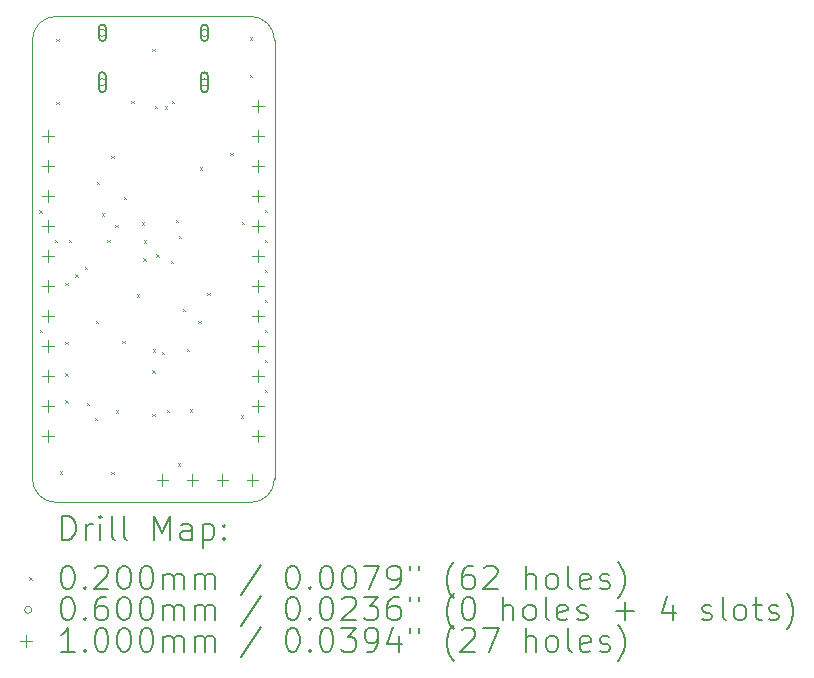
<source format=gbr>
%TF.GenerationSoftware,KiCad,Pcbnew,(6.0.8)*%
%TF.CreationDate,2023-05-03T15:07:50+02:00*%
%TF.ProjectId,Floppy Board v3.1,466c6f70-7079-4204-926f-617264207633,3.0*%
%TF.SameCoordinates,Original*%
%TF.FileFunction,Drillmap*%
%TF.FilePolarity,Positive*%
%FSLAX45Y45*%
G04 Gerber Fmt 4.5, Leading zero omitted, Abs format (unit mm)*
G04 Created by KiCad (PCBNEW (6.0.8)) date 2023-05-03 15:07:50*
%MOMM*%
%LPD*%
G01*
G04 APERTURE LIST*
%ADD10C,0.100000*%
%ADD11C,0.200000*%
%ADD12C,0.020000*%
%ADD13C,0.060000*%
G04 APERTURE END LIST*
D10*
X15181200Y-11080800D02*
X15181200Y-7366000D01*
X15381200Y-7166000D02*
X17031200Y-7166000D01*
X17031200Y-11280800D02*
G75*
G03*
X17231200Y-11080800I0J200000D01*
G01*
X15181200Y-11080800D02*
G75*
G03*
X15381200Y-11280800I200000J0D01*
G01*
X15381200Y-7166000D02*
G75*
G03*
X15181200Y-7366000I0J-200000D01*
G01*
X17031200Y-11280800D02*
X15381200Y-11280800D01*
X17231200Y-7366000D02*
G75*
G03*
X17031200Y-7166000I-200000J0D01*
G01*
X17231200Y-7366000D02*
X17231200Y-11080800D01*
D11*
D12*
X15240160Y-8808880D02*
X15260160Y-8828880D01*
X15260160Y-8808880D02*
X15240160Y-8828880D01*
X15245240Y-9819800D02*
X15265240Y-9839800D01*
X15265240Y-9819800D02*
X15245240Y-9839800D01*
X15369700Y-9057800D02*
X15389700Y-9077800D01*
X15389700Y-9057800D02*
X15369700Y-9077800D01*
X15382400Y-7356000D02*
X15402400Y-7376000D01*
X15402400Y-7356000D02*
X15382400Y-7376000D01*
X15382400Y-7889400D02*
X15402400Y-7909400D01*
X15402400Y-7889400D02*
X15382400Y-7909400D01*
X15412880Y-11018680D02*
X15432880Y-11038680D01*
X15432880Y-11018680D02*
X15412880Y-11038680D01*
X15458600Y-9921400D02*
X15478600Y-9941400D01*
X15478600Y-9921400D02*
X15458600Y-9941400D01*
X15458600Y-10188100D02*
X15478600Y-10208100D01*
X15478600Y-10188100D02*
X15458600Y-10208100D01*
X15458600Y-10416700D02*
X15478600Y-10436700D01*
X15478600Y-10416700D02*
X15458600Y-10436700D01*
X15461140Y-9421020D02*
X15481140Y-9441020D01*
X15481140Y-9421020D02*
X15461140Y-9441020D01*
X15489080Y-9057800D02*
X15509080Y-9077800D01*
X15509080Y-9057800D02*
X15489080Y-9077800D01*
X15544960Y-9349900D02*
X15564960Y-9369900D01*
X15564960Y-9349900D02*
X15544960Y-9369900D01*
X15623700Y-9283860D02*
X15643700Y-9303860D01*
X15643700Y-9283860D02*
X15623700Y-9303860D01*
X15643550Y-10439560D02*
X15663550Y-10459560D01*
X15663550Y-10439560D02*
X15643550Y-10459560D01*
X15707520Y-10566560D02*
X15727520Y-10586560D01*
X15727520Y-10566560D02*
X15707520Y-10586560D01*
X15720220Y-9741060D02*
X15740220Y-9761060D01*
X15740220Y-9741060D02*
X15720220Y-9761060D01*
X15727840Y-8565040D02*
X15747840Y-8585040D01*
X15747840Y-8565040D02*
X15727840Y-8585040D01*
X15771357Y-8832077D02*
X15791357Y-8852077D01*
X15791357Y-8832077D02*
X15771357Y-8852077D01*
X15814200Y-9057800D02*
X15834200Y-9077800D01*
X15834200Y-9057800D02*
X15814200Y-9077800D01*
X15849760Y-8346600D02*
X15869760Y-8366600D01*
X15869760Y-8346600D02*
X15849760Y-8366600D01*
X15849760Y-11023760D02*
X15869760Y-11043760D01*
X15869760Y-11023760D02*
X15849760Y-11043760D01*
X15884387Y-8931733D02*
X15904387Y-8951733D01*
X15904387Y-8931733D02*
X15884387Y-8951733D01*
X15885320Y-10500520D02*
X15905320Y-10520520D01*
X15905320Y-10500520D02*
X15885320Y-10520520D01*
X15941200Y-9913780D02*
X15961200Y-9933780D01*
X15961200Y-9913780D02*
X15941200Y-9933780D01*
X15956440Y-8692040D02*
X15976440Y-8712040D01*
X15976440Y-8692040D02*
X15956440Y-8712040D01*
X16019940Y-7881780D02*
X16039940Y-7901780D01*
X16039940Y-7881780D02*
X16019940Y-7901780D01*
X16063120Y-9520080D02*
X16083120Y-9540080D01*
X16083120Y-9520080D02*
X16063120Y-9540080D01*
X16108279Y-8908857D02*
X16128279Y-8928857D01*
X16128279Y-8908857D02*
X16108279Y-8928857D01*
X16119000Y-9215280D02*
X16139000Y-9235280D01*
X16139000Y-9215280D02*
X16119000Y-9235280D01*
X16124080Y-9062880D02*
X16144080Y-9082880D01*
X16144080Y-9062880D02*
X16124080Y-9082880D01*
X16195200Y-7442360D02*
X16215200Y-7462360D01*
X16215200Y-7442360D02*
X16195200Y-7462360D01*
X16195200Y-10531000D02*
X16215200Y-10551000D01*
X16215200Y-10531000D02*
X16195200Y-10551000D01*
X16196100Y-10160920D02*
X16216100Y-10180920D01*
X16216100Y-10160920D02*
X16196100Y-10180920D01*
X16203236Y-9983166D02*
X16223236Y-10003166D01*
X16223236Y-9983166D02*
X16203236Y-10003166D01*
X16218060Y-7924960D02*
X16238060Y-7944960D01*
X16238060Y-7924960D02*
X16218060Y-7944960D01*
X16231419Y-9180379D02*
X16251419Y-9200379D01*
X16251419Y-9180379D02*
X16231419Y-9200379D01*
X16274750Y-10007760D02*
X16294750Y-10027760D01*
X16294750Y-10007760D02*
X16274750Y-10027760D01*
X16301880Y-7927500D02*
X16321880Y-7947500D01*
X16321880Y-7927500D02*
X16301880Y-7947500D01*
X16320240Y-10498543D02*
X16340240Y-10518543D01*
X16340240Y-10498543D02*
X16320240Y-10518543D01*
X16352680Y-9233060D02*
X16372680Y-9253060D01*
X16372680Y-9233060D02*
X16352680Y-9253060D01*
X16362840Y-7881780D02*
X16382840Y-7901780D01*
X16382840Y-7881780D02*
X16362840Y-7901780D01*
X16393320Y-8890160D02*
X16413320Y-8910160D01*
X16413320Y-8890160D02*
X16393320Y-8910160D01*
X16411100Y-10950100D02*
X16431100Y-10970100D01*
X16431100Y-10950100D02*
X16411100Y-10970100D01*
X16418720Y-9022240D02*
X16438720Y-9042240D01*
X16438720Y-9022240D02*
X16418720Y-9042240D01*
X16454280Y-9642000D02*
X16474280Y-9662000D01*
X16474280Y-9642000D02*
X16454280Y-9662000D01*
X16489840Y-9982360D02*
X16509840Y-10002360D01*
X16509840Y-9982360D02*
X16489840Y-10002360D01*
X16515240Y-10492510D02*
X16535240Y-10512510D01*
X16535240Y-10492510D02*
X16515240Y-10512510D01*
X16586360Y-9745650D02*
X16606360Y-9765650D01*
X16606360Y-9745650D02*
X16586360Y-9765650D01*
X16596520Y-8443120D02*
X16616520Y-8463120D01*
X16616520Y-8443120D02*
X16596520Y-8463120D01*
X16662560Y-9504840D02*
X16682560Y-9524840D01*
X16682560Y-9504840D02*
X16662560Y-9524840D01*
X16855600Y-8321200D02*
X16875600Y-8341200D01*
X16875600Y-8321200D02*
X16855600Y-8341200D01*
X16944500Y-10543700D02*
X16964500Y-10563700D01*
X16964500Y-10543700D02*
X16944500Y-10563700D01*
X16954660Y-8905400D02*
X16974660Y-8925400D01*
X16974660Y-8905400D02*
X16954660Y-8925400D01*
X17020700Y-7343300D02*
X17040700Y-7363300D01*
X17040700Y-7343300D02*
X17020700Y-7363300D01*
X17020700Y-7660800D02*
X17040700Y-7680800D01*
X17040700Y-7660800D02*
X17020700Y-7680800D01*
X17147700Y-9057800D02*
X17167700Y-9077800D01*
X17167700Y-9057800D02*
X17147700Y-9077800D01*
X17147700Y-9311800D02*
X17167700Y-9331800D01*
X17167700Y-9311800D02*
X17147700Y-9331800D01*
X17147700Y-9565800D02*
X17167700Y-9585800D01*
X17167700Y-9565800D02*
X17147700Y-9585800D01*
X17147700Y-9819800D02*
X17167700Y-9839800D01*
X17167700Y-9819800D02*
X17147700Y-9839800D01*
X17147700Y-10073800D02*
X17167700Y-10093800D01*
X17167700Y-10073800D02*
X17147700Y-10093800D01*
X17147700Y-10327800D02*
X17167700Y-10347800D01*
X17167700Y-10327800D02*
X17147700Y-10347800D01*
X17150240Y-8803800D02*
X17170240Y-8823800D01*
X17170240Y-8803800D02*
X17150240Y-8823800D01*
D13*
X15803700Y-7305050D02*
G75*
G03*
X15803700Y-7305050I-30000J0D01*
G01*
D11*
X15743700Y-7265050D02*
X15743700Y-7345050D01*
X15803700Y-7265050D02*
X15803700Y-7345050D01*
X15743700Y-7345050D02*
G75*
G03*
X15803700Y-7345050I30000J0D01*
G01*
X15803700Y-7265050D02*
G75*
G03*
X15743700Y-7265050I-30000J0D01*
G01*
D13*
X15803700Y-7723050D02*
G75*
G03*
X15803700Y-7723050I-30000J0D01*
G01*
D11*
X15743700Y-7668050D02*
X15743700Y-7778050D01*
X15803700Y-7668050D02*
X15803700Y-7778050D01*
X15743700Y-7778050D02*
G75*
G03*
X15803700Y-7778050I30000J0D01*
G01*
X15803700Y-7668050D02*
G75*
G03*
X15743700Y-7668050I-30000J0D01*
G01*
D13*
X16667700Y-7305050D02*
G75*
G03*
X16667700Y-7305050I-30000J0D01*
G01*
D11*
X16607700Y-7265050D02*
X16607700Y-7345050D01*
X16667700Y-7265050D02*
X16667700Y-7345050D01*
X16607700Y-7345050D02*
G75*
G03*
X16667700Y-7345050I30000J0D01*
G01*
X16667700Y-7265050D02*
G75*
G03*
X16607700Y-7265050I-30000J0D01*
G01*
D13*
X16667700Y-7723050D02*
G75*
G03*
X16667700Y-7723050I-30000J0D01*
G01*
D11*
X16607700Y-7668050D02*
X16607700Y-7778050D01*
X16667700Y-7668050D02*
X16667700Y-7778050D01*
X16607700Y-7778050D02*
G75*
G03*
X16667700Y-7778050I30000J0D01*
G01*
X16667700Y-7668050D02*
G75*
G03*
X16607700Y-7668050I-30000J0D01*
G01*
D10*
X15316200Y-8128800D02*
X15316200Y-8228800D01*
X15266200Y-8178800D02*
X15366200Y-8178800D01*
X15316200Y-8382800D02*
X15316200Y-8482800D01*
X15266200Y-8432800D02*
X15366200Y-8432800D01*
X15316200Y-8636800D02*
X15316200Y-8736800D01*
X15266200Y-8686800D02*
X15366200Y-8686800D01*
X15316200Y-8890800D02*
X15316200Y-8990800D01*
X15266200Y-8940800D02*
X15366200Y-8940800D01*
X15316200Y-9144800D02*
X15316200Y-9244800D01*
X15266200Y-9194800D02*
X15366200Y-9194800D01*
X15316200Y-9398800D02*
X15316200Y-9498800D01*
X15266200Y-9448800D02*
X15366200Y-9448800D01*
X15316200Y-9652800D02*
X15316200Y-9752800D01*
X15266200Y-9702800D02*
X15366200Y-9702800D01*
X15316200Y-9906800D02*
X15316200Y-10006800D01*
X15266200Y-9956800D02*
X15366200Y-9956800D01*
X15316200Y-10160800D02*
X15316200Y-10260800D01*
X15266200Y-10210800D02*
X15366200Y-10210800D01*
X15316200Y-10414800D02*
X15316200Y-10514800D01*
X15266200Y-10464800D02*
X15366200Y-10464800D01*
X15316200Y-10668800D02*
X15316200Y-10768800D01*
X15266200Y-10718800D02*
X15366200Y-10718800D01*
X16282200Y-11043800D02*
X16282200Y-11143800D01*
X16232200Y-11093800D02*
X16332200Y-11093800D01*
X16536200Y-11043800D02*
X16536200Y-11143800D01*
X16486200Y-11093800D02*
X16586200Y-11093800D01*
X16790200Y-11043800D02*
X16790200Y-11143800D01*
X16740200Y-11093800D02*
X16840200Y-11093800D01*
X17044200Y-11043800D02*
X17044200Y-11143800D01*
X16994200Y-11093800D02*
X17094200Y-11093800D01*
X17094200Y-7874800D02*
X17094200Y-7974800D01*
X17044200Y-7924800D02*
X17144200Y-7924800D01*
X17094200Y-8128800D02*
X17094200Y-8228800D01*
X17044200Y-8178800D02*
X17144200Y-8178800D01*
X17094200Y-8382800D02*
X17094200Y-8482800D01*
X17044200Y-8432800D02*
X17144200Y-8432800D01*
X17094200Y-8636800D02*
X17094200Y-8736800D01*
X17044200Y-8686800D02*
X17144200Y-8686800D01*
X17094200Y-8890800D02*
X17094200Y-8990800D01*
X17044200Y-8940800D02*
X17144200Y-8940800D01*
X17094200Y-9144800D02*
X17094200Y-9244800D01*
X17044200Y-9194800D02*
X17144200Y-9194800D01*
X17094200Y-9398800D02*
X17094200Y-9498800D01*
X17044200Y-9448800D02*
X17144200Y-9448800D01*
X17094200Y-9652800D02*
X17094200Y-9752800D01*
X17044200Y-9702800D02*
X17144200Y-9702800D01*
X17094200Y-9906800D02*
X17094200Y-10006800D01*
X17044200Y-9956800D02*
X17144200Y-9956800D01*
X17094200Y-10160800D02*
X17094200Y-10260800D01*
X17044200Y-10210800D02*
X17144200Y-10210800D01*
X17094200Y-10414800D02*
X17094200Y-10514800D01*
X17044200Y-10464800D02*
X17144200Y-10464800D01*
X17094200Y-10668800D02*
X17094200Y-10768800D01*
X17044200Y-10718800D02*
X17144200Y-10718800D01*
D11*
X15433819Y-11596276D02*
X15433819Y-11396276D01*
X15481438Y-11396276D01*
X15510009Y-11405800D01*
X15529057Y-11424848D01*
X15538581Y-11443895D01*
X15548105Y-11481990D01*
X15548105Y-11510562D01*
X15538581Y-11548657D01*
X15529057Y-11567705D01*
X15510009Y-11586752D01*
X15481438Y-11596276D01*
X15433819Y-11596276D01*
X15633819Y-11596276D02*
X15633819Y-11462943D01*
X15633819Y-11501038D02*
X15643343Y-11481990D01*
X15652867Y-11472467D01*
X15671914Y-11462943D01*
X15690962Y-11462943D01*
X15757628Y-11596276D02*
X15757628Y-11462943D01*
X15757628Y-11396276D02*
X15748105Y-11405800D01*
X15757628Y-11415324D01*
X15767152Y-11405800D01*
X15757628Y-11396276D01*
X15757628Y-11415324D01*
X15881438Y-11596276D02*
X15862390Y-11586752D01*
X15852867Y-11567705D01*
X15852867Y-11396276D01*
X15986200Y-11596276D02*
X15967152Y-11586752D01*
X15957628Y-11567705D01*
X15957628Y-11396276D01*
X16214771Y-11596276D02*
X16214771Y-11396276D01*
X16281438Y-11539133D01*
X16348105Y-11396276D01*
X16348105Y-11596276D01*
X16529057Y-11596276D02*
X16529057Y-11491514D01*
X16519533Y-11472467D01*
X16500486Y-11462943D01*
X16462390Y-11462943D01*
X16443343Y-11472467D01*
X16529057Y-11586752D02*
X16510009Y-11596276D01*
X16462390Y-11596276D01*
X16443343Y-11586752D01*
X16433819Y-11567705D01*
X16433819Y-11548657D01*
X16443343Y-11529609D01*
X16462390Y-11520086D01*
X16510009Y-11520086D01*
X16529057Y-11510562D01*
X16624295Y-11462943D02*
X16624295Y-11662943D01*
X16624295Y-11472467D02*
X16643343Y-11462943D01*
X16681438Y-11462943D01*
X16700486Y-11472467D01*
X16710009Y-11481990D01*
X16719533Y-11501038D01*
X16719533Y-11558181D01*
X16710009Y-11577228D01*
X16700486Y-11586752D01*
X16681438Y-11596276D01*
X16643343Y-11596276D01*
X16624295Y-11586752D01*
X16805248Y-11577228D02*
X16814771Y-11586752D01*
X16805248Y-11596276D01*
X16795724Y-11586752D01*
X16805248Y-11577228D01*
X16805248Y-11596276D01*
X16805248Y-11472467D02*
X16814771Y-11481990D01*
X16805248Y-11491514D01*
X16795724Y-11481990D01*
X16805248Y-11472467D01*
X16805248Y-11491514D01*
D12*
X15156200Y-11915800D02*
X15176200Y-11935800D01*
X15176200Y-11915800D02*
X15156200Y-11935800D01*
D11*
X15471914Y-11816276D02*
X15490962Y-11816276D01*
X15510009Y-11825800D01*
X15519533Y-11835324D01*
X15529057Y-11854371D01*
X15538581Y-11892467D01*
X15538581Y-11940086D01*
X15529057Y-11978181D01*
X15519533Y-11997228D01*
X15510009Y-12006752D01*
X15490962Y-12016276D01*
X15471914Y-12016276D01*
X15452867Y-12006752D01*
X15443343Y-11997228D01*
X15433819Y-11978181D01*
X15424295Y-11940086D01*
X15424295Y-11892467D01*
X15433819Y-11854371D01*
X15443343Y-11835324D01*
X15452867Y-11825800D01*
X15471914Y-11816276D01*
X15624295Y-11997228D02*
X15633819Y-12006752D01*
X15624295Y-12016276D01*
X15614771Y-12006752D01*
X15624295Y-11997228D01*
X15624295Y-12016276D01*
X15710009Y-11835324D02*
X15719533Y-11825800D01*
X15738581Y-11816276D01*
X15786200Y-11816276D01*
X15805248Y-11825800D01*
X15814771Y-11835324D01*
X15824295Y-11854371D01*
X15824295Y-11873419D01*
X15814771Y-11901990D01*
X15700486Y-12016276D01*
X15824295Y-12016276D01*
X15948105Y-11816276D02*
X15967152Y-11816276D01*
X15986200Y-11825800D01*
X15995724Y-11835324D01*
X16005248Y-11854371D01*
X16014771Y-11892467D01*
X16014771Y-11940086D01*
X16005248Y-11978181D01*
X15995724Y-11997228D01*
X15986200Y-12006752D01*
X15967152Y-12016276D01*
X15948105Y-12016276D01*
X15929057Y-12006752D01*
X15919533Y-11997228D01*
X15910009Y-11978181D01*
X15900486Y-11940086D01*
X15900486Y-11892467D01*
X15910009Y-11854371D01*
X15919533Y-11835324D01*
X15929057Y-11825800D01*
X15948105Y-11816276D01*
X16138581Y-11816276D02*
X16157628Y-11816276D01*
X16176676Y-11825800D01*
X16186200Y-11835324D01*
X16195724Y-11854371D01*
X16205248Y-11892467D01*
X16205248Y-11940086D01*
X16195724Y-11978181D01*
X16186200Y-11997228D01*
X16176676Y-12006752D01*
X16157628Y-12016276D01*
X16138581Y-12016276D01*
X16119533Y-12006752D01*
X16110009Y-11997228D01*
X16100486Y-11978181D01*
X16090962Y-11940086D01*
X16090962Y-11892467D01*
X16100486Y-11854371D01*
X16110009Y-11835324D01*
X16119533Y-11825800D01*
X16138581Y-11816276D01*
X16290962Y-12016276D02*
X16290962Y-11882943D01*
X16290962Y-11901990D02*
X16300486Y-11892467D01*
X16319533Y-11882943D01*
X16348105Y-11882943D01*
X16367152Y-11892467D01*
X16376676Y-11911514D01*
X16376676Y-12016276D01*
X16376676Y-11911514D02*
X16386200Y-11892467D01*
X16405248Y-11882943D01*
X16433819Y-11882943D01*
X16452867Y-11892467D01*
X16462390Y-11911514D01*
X16462390Y-12016276D01*
X16557628Y-12016276D02*
X16557628Y-11882943D01*
X16557628Y-11901990D02*
X16567152Y-11892467D01*
X16586200Y-11882943D01*
X16614771Y-11882943D01*
X16633819Y-11892467D01*
X16643343Y-11911514D01*
X16643343Y-12016276D01*
X16643343Y-11911514D02*
X16652867Y-11892467D01*
X16671914Y-11882943D01*
X16700486Y-11882943D01*
X16719533Y-11892467D01*
X16729057Y-11911514D01*
X16729057Y-12016276D01*
X17119533Y-11806752D02*
X16948105Y-12063895D01*
X17376676Y-11816276D02*
X17395724Y-11816276D01*
X17414771Y-11825800D01*
X17424295Y-11835324D01*
X17433819Y-11854371D01*
X17443343Y-11892467D01*
X17443343Y-11940086D01*
X17433819Y-11978181D01*
X17424295Y-11997228D01*
X17414771Y-12006752D01*
X17395724Y-12016276D01*
X17376676Y-12016276D01*
X17357629Y-12006752D01*
X17348105Y-11997228D01*
X17338581Y-11978181D01*
X17329057Y-11940086D01*
X17329057Y-11892467D01*
X17338581Y-11854371D01*
X17348105Y-11835324D01*
X17357629Y-11825800D01*
X17376676Y-11816276D01*
X17529057Y-11997228D02*
X17538581Y-12006752D01*
X17529057Y-12016276D01*
X17519533Y-12006752D01*
X17529057Y-11997228D01*
X17529057Y-12016276D01*
X17662390Y-11816276D02*
X17681438Y-11816276D01*
X17700486Y-11825800D01*
X17710010Y-11835324D01*
X17719533Y-11854371D01*
X17729057Y-11892467D01*
X17729057Y-11940086D01*
X17719533Y-11978181D01*
X17710010Y-11997228D01*
X17700486Y-12006752D01*
X17681438Y-12016276D01*
X17662390Y-12016276D01*
X17643343Y-12006752D01*
X17633819Y-11997228D01*
X17624295Y-11978181D01*
X17614771Y-11940086D01*
X17614771Y-11892467D01*
X17624295Y-11854371D01*
X17633819Y-11835324D01*
X17643343Y-11825800D01*
X17662390Y-11816276D01*
X17852867Y-11816276D02*
X17871914Y-11816276D01*
X17890962Y-11825800D01*
X17900486Y-11835324D01*
X17910010Y-11854371D01*
X17919533Y-11892467D01*
X17919533Y-11940086D01*
X17910010Y-11978181D01*
X17900486Y-11997228D01*
X17890962Y-12006752D01*
X17871914Y-12016276D01*
X17852867Y-12016276D01*
X17833819Y-12006752D01*
X17824295Y-11997228D01*
X17814771Y-11978181D01*
X17805248Y-11940086D01*
X17805248Y-11892467D01*
X17814771Y-11854371D01*
X17824295Y-11835324D01*
X17833819Y-11825800D01*
X17852867Y-11816276D01*
X17986200Y-11816276D02*
X18119533Y-11816276D01*
X18033819Y-12016276D01*
X18205248Y-12016276D02*
X18243343Y-12016276D01*
X18262390Y-12006752D01*
X18271914Y-11997228D01*
X18290962Y-11968657D01*
X18300486Y-11930562D01*
X18300486Y-11854371D01*
X18290962Y-11835324D01*
X18281438Y-11825800D01*
X18262390Y-11816276D01*
X18224295Y-11816276D01*
X18205248Y-11825800D01*
X18195724Y-11835324D01*
X18186200Y-11854371D01*
X18186200Y-11901990D01*
X18195724Y-11921038D01*
X18205248Y-11930562D01*
X18224295Y-11940086D01*
X18262390Y-11940086D01*
X18281438Y-11930562D01*
X18290962Y-11921038D01*
X18300486Y-11901990D01*
X18376676Y-11816276D02*
X18376676Y-11854371D01*
X18452867Y-11816276D02*
X18452867Y-11854371D01*
X18748105Y-12092467D02*
X18738581Y-12082943D01*
X18719533Y-12054371D01*
X18710010Y-12035324D01*
X18700486Y-12006752D01*
X18690962Y-11959133D01*
X18690962Y-11921038D01*
X18700486Y-11873419D01*
X18710010Y-11844848D01*
X18719533Y-11825800D01*
X18738581Y-11797228D01*
X18748105Y-11787705D01*
X18910010Y-11816276D02*
X18871914Y-11816276D01*
X18852867Y-11825800D01*
X18843343Y-11835324D01*
X18824295Y-11863895D01*
X18814771Y-11901990D01*
X18814771Y-11978181D01*
X18824295Y-11997228D01*
X18833819Y-12006752D01*
X18852867Y-12016276D01*
X18890962Y-12016276D01*
X18910010Y-12006752D01*
X18919533Y-11997228D01*
X18929057Y-11978181D01*
X18929057Y-11930562D01*
X18919533Y-11911514D01*
X18910010Y-11901990D01*
X18890962Y-11892467D01*
X18852867Y-11892467D01*
X18833819Y-11901990D01*
X18824295Y-11911514D01*
X18814771Y-11930562D01*
X19005248Y-11835324D02*
X19014771Y-11825800D01*
X19033819Y-11816276D01*
X19081438Y-11816276D01*
X19100486Y-11825800D01*
X19110010Y-11835324D01*
X19119533Y-11854371D01*
X19119533Y-11873419D01*
X19110010Y-11901990D01*
X18995724Y-12016276D01*
X19119533Y-12016276D01*
X19357629Y-12016276D02*
X19357629Y-11816276D01*
X19443343Y-12016276D02*
X19443343Y-11911514D01*
X19433819Y-11892467D01*
X19414771Y-11882943D01*
X19386200Y-11882943D01*
X19367152Y-11892467D01*
X19357629Y-11901990D01*
X19567152Y-12016276D02*
X19548105Y-12006752D01*
X19538581Y-11997228D01*
X19529057Y-11978181D01*
X19529057Y-11921038D01*
X19538581Y-11901990D01*
X19548105Y-11892467D01*
X19567152Y-11882943D01*
X19595724Y-11882943D01*
X19614771Y-11892467D01*
X19624295Y-11901990D01*
X19633819Y-11921038D01*
X19633819Y-11978181D01*
X19624295Y-11997228D01*
X19614771Y-12006752D01*
X19595724Y-12016276D01*
X19567152Y-12016276D01*
X19748105Y-12016276D02*
X19729057Y-12006752D01*
X19719533Y-11987705D01*
X19719533Y-11816276D01*
X19900486Y-12006752D02*
X19881438Y-12016276D01*
X19843343Y-12016276D01*
X19824295Y-12006752D01*
X19814771Y-11987705D01*
X19814771Y-11911514D01*
X19824295Y-11892467D01*
X19843343Y-11882943D01*
X19881438Y-11882943D01*
X19900486Y-11892467D01*
X19910010Y-11911514D01*
X19910010Y-11930562D01*
X19814771Y-11949609D01*
X19986200Y-12006752D02*
X20005248Y-12016276D01*
X20043343Y-12016276D01*
X20062390Y-12006752D01*
X20071914Y-11987705D01*
X20071914Y-11978181D01*
X20062390Y-11959133D01*
X20043343Y-11949609D01*
X20014771Y-11949609D01*
X19995724Y-11940086D01*
X19986200Y-11921038D01*
X19986200Y-11911514D01*
X19995724Y-11892467D01*
X20014771Y-11882943D01*
X20043343Y-11882943D01*
X20062390Y-11892467D01*
X20138581Y-12092467D02*
X20148105Y-12082943D01*
X20167152Y-12054371D01*
X20176676Y-12035324D01*
X20186200Y-12006752D01*
X20195724Y-11959133D01*
X20195724Y-11921038D01*
X20186200Y-11873419D01*
X20176676Y-11844848D01*
X20167152Y-11825800D01*
X20148105Y-11797228D01*
X20138581Y-11787705D01*
D13*
X15176200Y-12189800D02*
G75*
G03*
X15176200Y-12189800I-30000J0D01*
G01*
D11*
X15471914Y-12080276D02*
X15490962Y-12080276D01*
X15510009Y-12089800D01*
X15519533Y-12099324D01*
X15529057Y-12118371D01*
X15538581Y-12156467D01*
X15538581Y-12204086D01*
X15529057Y-12242181D01*
X15519533Y-12261228D01*
X15510009Y-12270752D01*
X15490962Y-12280276D01*
X15471914Y-12280276D01*
X15452867Y-12270752D01*
X15443343Y-12261228D01*
X15433819Y-12242181D01*
X15424295Y-12204086D01*
X15424295Y-12156467D01*
X15433819Y-12118371D01*
X15443343Y-12099324D01*
X15452867Y-12089800D01*
X15471914Y-12080276D01*
X15624295Y-12261228D02*
X15633819Y-12270752D01*
X15624295Y-12280276D01*
X15614771Y-12270752D01*
X15624295Y-12261228D01*
X15624295Y-12280276D01*
X15805248Y-12080276D02*
X15767152Y-12080276D01*
X15748105Y-12089800D01*
X15738581Y-12099324D01*
X15719533Y-12127895D01*
X15710009Y-12165990D01*
X15710009Y-12242181D01*
X15719533Y-12261228D01*
X15729057Y-12270752D01*
X15748105Y-12280276D01*
X15786200Y-12280276D01*
X15805248Y-12270752D01*
X15814771Y-12261228D01*
X15824295Y-12242181D01*
X15824295Y-12194562D01*
X15814771Y-12175514D01*
X15805248Y-12165990D01*
X15786200Y-12156467D01*
X15748105Y-12156467D01*
X15729057Y-12165990D01*
X15719533Y-12175514D01*
X15710009Y-12194562D01*
X15948105Y-12080276D02*
X15967152Y-12080276D01*
X15986200Y-12089800D01*
X15995724Y-12099324D01*
X16005248Y-12118371D01*
X16014771Y-12156467D01*
X16014771Y-12204086D01*
X16005248Y-12242181D01*
X15995724Y-12261228D01*
X15986200Y-12270752D01*
X15967152Y-12280276D01*
X15948105Y-12280276D01*
X15929057Y-12270752D01*
X15919533Y-12261228D01*
X15910009Y-12242181D01*
X15900486Y-12204086D01*
X15900486Y-12156467D01*
X15910009Y-12118371D01*
X15919533Y-12099324D01*
X15929057Y-12089800D01*
X15948105Y-12080276D01*
X16138581Y-12080276D02*
X16157628Y-12080276D01*
X16176676Y-12089800D01*
X16186200Y-12099324D01*
X16195724Y-12118371D01*
X16205248Y-12156467D01*
X16205248Y-12204086D01*
X16195724Y-12242181D01*
X16186200Y-12261228D01*
X16176676Y-12270752D01*
X16157628Y-12280276D01*
X16138581Y-12280276D01*
X16119533Y-12270752D01*
X16110009Y-12261228D01*
X16100486Y-12242181D01*
X16090962Y-12204086D01*
X16090962Y-12156467D01*
X16100486Y-12118371D01*
X16110009Y-12099324D01*
X16119533Y-12089800D01*
X16138581Y-12080276D01*
X16290962Y-12280276D02*
X16290962Y-12146943D01*
X16290962Y-12165990D02*
X16300486Y-12156467D01*
X16319533Y-12146943D01*
X16348105Y-12146943D01*
X16367152Y-12156467D01*
X16376676Y-12175514D01*
X16376676Y-12280276D01*
X16376676Y-12175514D02*
X16386200Y-12156467D01*
X16405248Y-12146943D01*
X16433819Y-12146943D01*
X16452867Y-12156467D01*
X16462390Y-12175514D01*
X16462390Y-12280276D01*
X16557628Y-12280276D02*
X16557628Y-12146943D01*
X16557628Y-12165990D02*
X16567152Y-12156467D01*
X16586200Y-12146943D01*
X16614771Y-12146943D01*
X16633819Y-12156467D01*
X16643343Y-12175514D01*
X16643343Y-12280276D01*
X16643343Y-12175514D02*
X16652867Y-12156467D01*
X16671914Y-12146943D01*
X16700486Y-12146943D01*
X16719533Y-12156467D01*
X16729057Y-12175514D01*
X16729057Y-12280276D01*
X17119533Y-12070752D02*
X16948105Y-12327895D01*
X17376676Y-12080276D02*
X17395724Y-12080276D01*
X17414771Y-12089800D01*
X17424295Y-12099324D01*
X17433819Y-12118371D01*
X17443343Y-12156467D01*
X17443343Y-12204086D01*
X17433819Y-12242181D01*
X17424295Y-12261228D01*
X17414771Y-12270752D01*
X17395724Y-12280276D01*
X17376676Y-12280276D01*
X17357629Y-12270752D01*
X17348105Y-12261228D01*
X17338581Y-12242181D01*
X17329057Y-12204086D01*
X17329057Y-12156467D01*
X17338581Y-12118371D01*
X17348105Y-12099324D01*
X17357629Y-12089800D01*
X17376676Y-12080276D01*
X17529057Y-12261228D02*
X17538581Y-12270752D01*
X17529057Y-12280276D01*
X17519533Y-12270752D01*
X17529057Y-12261228D01*
X17529057Y-12280276D01*
X17662390Y-12080276D02*
X17681438Y-12080276D01*
X17700486Y-12089800D01*
X17710010Y-12099324D01*
X17719533Y-12118371D01*
X17729057Y-12156467D01*
X17729057Y-12204086D01*
X17719533Y-12242181D01*
X17710010Y-12261228D01*
X17700486Y-12270752D01*
X17681438Y-12280276D01*
X17662390Y-12280276D01*
X17643343Y-12270752D01*
X17633819Y-12261228D01*
X17624295Y-12242181D01*
X17614771Y-12204086D01*
X17614771Y-12156467D01*
X17624295Y-12118371D01*
X17633819Y-12099324D01*
X17643343Y-12089800D01*
X17662390Y-12080276D01*
X17805248Y-12099324D02*
X17814771Y-12089800D01*
X17833819Y-12080276D01*
X17881438Y-12080276D01*
X17900486Y-12089800D01*
X17910010Y-12099324D01*
X17919533Y-12118371D01*
X17919533Y-12137419D01*
X17910010Y-12165990D01*
X17795724Y-12280276D01*
X17919533Y-12280276D01*
X17986200Y-12080276D02*
X18110010Y-12080276D01*
X18043343Y-12156467D01*
X18071914Y-12156467D01*
X18090962Y-12165990D01*
X18100486Y-12175514D01*
X18110010Y-12194562D01*
X18110010Y-12242181D01*
X18100486Y-12261228D01*
X18090962Y-12270752D01*
X18071914Y-12280276D01*
X18014771Y-12280276D01*
X17995724Y-12270752D01*
X17986200Y-12261228D01*
X18281438Y-12080276D02*
X18243343Y-12080276D01*
X18224295Y-12089800D01*
X18214771Y-12099324D01*
X18195724Y-12127895D01*
X18186200Y-12165990D01*
X18186200Y-12242181D01*
X18195724Y-12261228D01*
X18205248Y-12270752D01*
X18224295Y-12280276D01*
X18262390Y-12280276D01*
X18281438Y-12270752D01*
X18290962Y-12261228D01*
X18300486Y-12242181D01*
X18300486Y-12194562D01*
X18290962Y-12175514D01*
X18281438Y-12165990D01*
X18262390Y-12156467D01*
X18224295Y-12156467D01*
X18205248Y-12165990D01*
X18195724Y-12175514D01*
X18186200Y-12194562D01*
X18376676Y-12080276D02*
X18376676Y-12118371D01*
X18452867Y-12080276D02*
X18452867Y-12118371D01*
X18748105Y-12356467D02*
X18738581Y-12346943D01*
X18719533Y-12318371D01*
X18710010Y-12299324D01*
X18700486Y-12270752D01*
X18690962Y-12223133D01*
X18690962Y-12185038D01*
X18700486Y-12137419D01*
X18710010Y-12108848D01*
X18719533Y-12089800D01*
X18738581Y-12061228D01*
X18748105Y-12051705D01*
X18862390Y-12080276D02*
X18881438Y-12080276D01*
X18900486Y-12089800D01*
X18910010Y-12099324D01*
X18919533Y-12118371D01*
X18929057Y-12156467D01*
X18929057Y-12204086D01*
X18919533Y-12242181D01*
X18910010Y-12261228D01*
X18900486Y-12270752D01*
X18881438Y-12280276D01*
X18862390Y-12280276D01*
X18843343Y-12270752D01*
X18833819Y-12261228D01*
X18824295Y-12242181D01*
X18814771Y-12204086D01*
X18814771Y-12156467D01*
X18824295Y-12118371D01*
X18833819Y-12099324D01*
X18843343Y-12089800D01*
X18862390Y-12080276D01*
X19167152Y-12280276D02*
X19167152Y-12080276D01*
X19252867Y-12280276D02*
X19252867Y-12175514D01*
X19243343Y-12156467D01*
X19224295Y-12146943D01*
X19195724Y-12146943D01*
X19176676Y-12156467D01*
X19167152Y-12165990D01*
X19376676Y-12280276D02*
X19357629Y-12270752D01*
X19348105Y-12261228D01*
X19338581Y-12242181D01*
X19338581Y-12185038D01*
X19348105Y-12165990D01*
X19357629Y-12156467D01*
X19376676Y-12146943D01*
X19405248Y-12146943D01*
X19424295Y-12156467D01*
X19433819Y-12165990D01*
X19443343Y-12185038D01*
X19443343Y-12242181D01*
X19433819Y-12261228D01*
X19424295Y-12270752D01*
X19405248Y-12280276D01*
X19376676Y-12280276D01*
X19557629Y-12280276D02*
X19538581Y-12270752D01*
X19529057Y-12251705D01*
X19529057Y-12080276D01*
X19710010Y-12270752D02*
X19690962Y-12280276D01*
X19652867Y-12280276D01*
X19633819Y-12270752D01*
X19624295Y-12251705D01*
X19624295Y-12175514D01*
X19633819Y-12156467D01*
X19652867Y-12146943D01*
X19690962Y-12146943D01*
X19710010Y-12156467D01*
X19719533Y-12175514D01*
X19719533Y-12194562D01*
X19624295Y-12213609D01*
X19795724Y-12270752D02*
X19814771Y-12280276D01*
X19852867Y-12280276D01*
X19871914Y-12270752D01*
X19881438Y-12251705D01*
X19881438Y-12242181D01*
X19871914Y-12223133D01*
X19852867Y-12213609D01*
X19824295Y-12213609D01*
X19805248Y-12204086D01*
X19795724Y-12185038D01*
X19795724Y-12175514D01*
X19805248Y-12156467D01*
X19824295Y-12146943D01*
X19852867Y-12146943D01*
X19871914Y-12156467D01*
X20119533Y-12204086D02*
X20271914Y-12204086D01*
X20195724Y-12280276D02*
X20195724Y-12127895D01*
X20605248Y-12146943D02*
X20605248Y-12280276D01*
X20557629Y-12070752D02*
X20510010Y-12213609D01*
X20633819Y-12213609D01*
X20852867Y-12270752D02*
X20871914Y-12280276D01*
X20910010Y-12280276D01*
X20929057Y-12270752D01*
X20938581Y-12251705D01*
X20938581Y-12242181D01*
X20929057Y-12223133D01*
X20910010Y-12213609D01*
X20881438Y-12213609D01*
X20862390Y-12204086D01*
X20852867Y-12185038D01*
X20852867Y-12175514D01*
X20862390Y-12156467D01*
X20881438Y-12146943D01*
X20910010Y-12146943D01*
X20929057Y-12156467D01*
X21052867Y-12280276D02*
X21033819Y-12270752D01*
X21024295Y-12251705D01*
X21024295Y-12080276D01*
X21157629Y-12280276D02*
X21138581Y-12270752D01*
X21129057Y-12261228D01*
X21119533Y-12242181D01*
X21119533Y-12185038D01*
X21129057Y-12165990D01*
X21138581Y-12156467D01*
X21157629Y-12146943D01*
X21186200Y-12146943D01*
X21205248Y-12156467D01*
X21214771Y-12165990D01*
X21224295Y-12185038D01*
X21224295Y-12242181D01*
X21214771Y-12261228D01*
X21205248Y-12270752D01*
X21186200Y-12280276D01*
X21157629Y-12280276D01*
X21281438Y-12146943D02*
X21357629Y-12146943D01*
X21310010Y-12080276D02*
X21310010Y-12251705D01*
X21319533Y-12270752D01*
X21338581Y-12280276D01*
X21357629Y-12280276D01*
X21414771Y-12270752D02*
X21433819Y-12280276D01*
X21471914Y-12280276D01*
X21490962Y-12270752D01*
X21500486Y-12251705D01*
X21500486Y-12242181D01*
X21490962Y-12223133D01*
X21471914Y-12213609D01*
X21443343Y-12213609D01*
X21424295Y-12204086D01*
X21414771Y-12185038D01*
X21414771Y-12175514D01*
X21424295Y-12156467D01*
X21443343Y-12146943D01*
X21471914Y-12146943D01*
X21490962Y-12156467D01*
X21567152Y-12356467D02*
X21576676Y-12346943D01*
X21595724Y-12318371D01*
X21605248Y-12299324D01*
X21614771Y-12270752D01*
X21624295Y-12223133D01*
X21624295Y-12185038D01*
X21614771Y-12137419D01*
X21605248Y-12108848D01*
X21595724Y-12089800D01*
X21576676Y-12061228D01*
X21567152Y-12051705D01*
D10*
X15126200Y-12403800D02*
X15126200Y-12503800D01*
X15076200Y-12453800D02*
X15176200Y-12453800D01*
D11*
X15538581Y-12544276D02*
X15424295Y-12544276D01*
X15481438Y-12544276D02*
X15481438Y-12344276D01*
X15462390Y-12372848D01*
X15443343Y-12391895D01*
X15424295Y-12401419D01*
X15624295Y-12525228D02*
X15633819Y-12534752D01*
X15624295Y-12544276D01*
X15614771Y-12534752D01*
X15624295Y-12525228D01*
X15624295Y-12544276D01*
X15757628Y-12344276D02*
X15776676Y-12344276D01*
X15795724Y-12353800D01*
X15805248Y-12363324D01*
X15814771Y-12382371D01*
X15824295Y-12420467D01*
X15824295Y-12468086D01*
X15814771Y-12506181D01*
X15805248Y-12525228D01*
X15795724Y-12534752D01*
X15776676Y-12544276D01*
X15757628Y-12544276D01*
X15738581Y-12534752D01*
X15729057Y-12525228D01*
X15719533Y-12506181D01*
X15710009Y-12468086D01*
X15710009Y-12420467D01*
X15719533Y-12382371D01*
X15729057Y-12363324D01*
X15738581Y-12353800D01*
X15757628Y-12344276D01*
X15948105Y-12344276D02*
X15967152Y-12344276D01*
X15986200Y-12353800D01*
X15995724Y-12363324D01*
X16005248Y-12382371D01*
X16014771Y-12420467D01*
X16014771Y-12468086D01*
X16005248Y-12506181D01*
X15995724Y-12525228D01*
X15986200Y-12534752D01*
X15967152Y-12544276D01*
X15948105Y-12544276D01*
X15929057Y-12534752D01*
X15919533Y-12525228D01*
X15910009Y-12506181D01*
X15900486Y-12468086D01*
X15900486Y-12420467D01*
X15910009Y-12382371D01*
X15919533Y-12363324D01*
X15929057Y-12353800D01*
X15948105Y-12344276D01*
X16138581Y-12344276D02*
X16157628Y-12344276D01*
X16176676Y-12353800D01*
X16186200Y-12363324D01*
X16195724Y-12382371D01*
X16205248Y-12420467D01*
X16205248Y-12468086D01*
X16195724Y-12506181D01*
X16186200Y-12525228D01*
X16176676Y-12534752D01*
X16157628Y-12544276D01*
X16138581Y-12544276D01*
X16119533Y-12534752D01*
X16110009Y-12525228D01*
X16100486Y-12506181D01*
X16090962Y-12468086D01*
X16090962Y-12420467D01*
X16100486Y-12382371D01*
X16110009Y-12363324D01*
X16119533Y-12353800D01*
X16138581Y-12344276D01*
X16290962Y-12544276D02*
X16290962Y-12410943D01*
X16290962Y-12429990D02*
X16300486Y-12420467D01*
X16319533Y-12410943D01*
X16348105Y-12410943D01*
X16367152Y-12420467D01*
X16376676Y-12439514D01*
X16376676Y-12544276D01*
X16376676Y-12439514D02*
X16386200Y-12420467D01*
X16405248Y-12410943D01*
X16433819Y-12410943D01*
X16452867Y-12420467D01*
X16462390Y-12439514D01*
X16462390Y-12544276D01*
X16557628Y-12544276D02*
X16557628Y-12410943D01*
X16557628Y-12429990D02*
X16567152Y-12420467D01*
X16586200Y-12410943D01*
X16614771Y-12410943D01*
X16633819Y-12420467D01*
X16643343Y-12439514D01*
X16643343Y-12544276D01*
X16643343Y-12439514D02*
X16652867Y-12420467D01*
X16671914Y-12410943D01*
X16700486Y-12410943D01*
X16719533Y-12420467D01*
X16729057Y-12439514D01*
X16729057Y-12544276D01*
X17119533Y-12334752D02*
X16948105Y-12591895D01*
X17376676Y-12344276D02*
X17395724Y-12344276D01*
X17414771Y-12353800D01*
X17424295Y-12363324D01*
X17433819Y-12382371D01*
X17443343Y-12420467D01*
X17443343Y-12468086D01*
X17433819Y-12506181D01*
X17424295Y-12525228D01*
X17414771Y-12534752D01*
X17395724Y-12544276D01*
X17376676Y-12544276D01*
X17357629Y-12534752D01*
X17348105Y-12525228D01*
X17338581Y-12506181D01*
X17329057Y-12468086D01*
X17329057Y-12420467D01*
X17338581Y-12382371D01*
X17348105Y-12363324D01*
X17357629Y-12353800D01*
X17376676Y-12344276D01*
X17529057Y-12525228D02*
X17538581Y-12534752D01*
X17529057Y-12544276D01*
X17519533Y-12534752D01*
X17529057Y-12525228D01*
X17529057Y-12544276D01*
X17662390Y-12344276D02*
X17681438Y-12344276D01*
X17700486Y-12353800D01*
X17710010Y-12363324D01*
X17719533Y-12382371D01*
X17729057Y-12420467D01*
X17729057Y-12468086D01*
X17719533Y-12506181D01*
X17710010Y-12525228D01*
X17700486Y-12534752D01*
X17681438Y-12544276D01*
X17662390Y-12544276D01*
X17643343Y-12534752D01*
X17633819Y-12525228D01*
X17624295Y-12506181D01*
X17614771Y-12468086D01*
X17614771Y-12420467D01*
X17624295Y-12382371D01*
X17633819Y-12363324D01*
X17643343Y-12353800D01*
X17662390Y-12344276D01*
X17795724Y-12344276D02*
X17919533Y-12344276D01*
X17852867Y-12420467D01*
X17881438Y-12420467D01*
X17900486Y-12429990D01*
X17910010Y-12439514D01*
X17919533Y-12458562D01*
X17919533Y-12506181D01*
X17910010Y-12525228D01*
X17900486Y-12534752D01*
X17881438Y-12544276D01*
X17824295Y-12544276D01*
X17805248Y-12534752D01*
X17795724Y-12525228D01*
X18014771Y-12544276D02*
X18052867Y-12544276D01*
X18071914Y-12534752D01*
X18081438Y-12525228D01*
X18100486Y-12496657D01*
X18110010Y-12458562D01*
X18110010Y-12382371D01*
X18100486Y-12363324D01*
X18090962Y-12353800D01*
X18071914Y-12344276D01*
X18033819Y-12344276D01*
X18014771Y-12353800D01*
X18005248Y-12363324D01*
X17995724Y-12382371D01*
X17995724Y-12429990D01*
X18005248Y-12449038D01*
X18014771Y-12458562D01*
X18033819Y-12468086D01*
X18071914Y-12468086D01*
X18090962Y-12458562D01*
X18100486Y-12449038D01*
X18110010Y-12429990D01*
X18281438Y-12410943D02*
X18281438Y-12544276D01*
X18233819Y-12334752D02*
X18186200Y-12477609D01*
X18310010Y-12477609D01*
X18376676Y-12344276D02*
X18376676Y-12382371D01*
X18452867Y-12344276D02*
X18452867Y-12382371D01*
X18748105Y-12620467D02*
X18738581Y-12610943D01*
X18719533Y-12582371D01*
X18710010Y-12563324D01*
X18700486Y-12534752D01*
X18690962Y-12487133D01*
X18690962Y-12449038D01*
X18700486Y-12401419D01*
X18710010Y-12372848D01*
X18719533Y-12353800D01*
X18738581Y-12325228D01*
X18748105Y-12315705D01*
X18814771Y-12363324D02*
X18824295Y-12353800D01*
X18843343Y-12344276D01*
X18890962Y-12344276D01*
X18910010Y-12353800D01*
X18919533Y-12363324D01*
X18929057Y-12382371D01*
X18929057Y-12401419D01*
X18919533Y-12429990D01*
X18805248Y-12544276D01*
X18929057Y-12544276D01*
X18995724Y-12344276D02*
X19129057Y-12344276D01*
X19043343Y-12544276D01*
X19357629Y-12544276D02*
X19357629Y-12344276D01*
X19443343Y-12544276D02*
X19443343Y-12439514D01*
X19433819Y-12420467D01*
X19414771Y-12410943D01*
X19386200Y-12410943D01*
X19367152Y-12420467D01*
X19357629Y-12429990D01*
X19567152Y-12544276D02*
X19548105Y-12534752D01*
X19538581Y-12525228D01*
X19529057Y-12506181D01*
X19529057Y-12449038D01*
X19538581Y-12429990D01*
X19548105Y-12420467D01*
X19567152Y-12410943D01*
X19595724Y-12410943D01*
X19614771Y-12420467D01*
X19624295Y-12429990D01*
X19633819Y-12449038D01*
X19633819Y-12506181D01*
X19624295Y-12525228D01*
X19614771Y-12534752D01*
X19595724Y-12544276D01*
X19567152Y-12544276D01*
X19748105Y-12544276D02*
X19729057Y-12534752D01*
X19719533Y-12515705D01*
X19719533Y-12344276D01*
X19900486Y-12534752D02*
X19881438Y-12544276D01*
X19843343Y-12544276D01*
X19824295Y-12534752D01*
X19814771Y-12515705D01*
X19814771Y-12439514D01*
X19824295Y-12420467D01*
X19843343Y-12410943D01*
X19881438Y-12410943D01*
X19900486Y-12420467D01*
X19910010Y-12439514D01*
X19910010Y-12458562D01*
X19814771Y-12477609D01*
X19986200Y-12534752D02*
X20005248Y-12544276D01*
X20043343Y-12544276D01*
X20062390Y-12534752D01*
X20071914Y-12515705D01*
X20071914Y-12506181D01*
X20062390Y-12487133D01*
X20043343Y-12477609D01*
X20014771Y-12477609D01*
X19995724Y-12468086D01*
X19986200Y-12449038D01*
X19986200Y-12439514D01*
X19995724Y-12420467D01*
X20014771Y-12410943D01*
X20043343Y-12410943D01*
X20062390Y-12420467D01*
X20138581Y-12620467D02*
X20148105Y-12610943D01*
X20167152Y-12582371D01*
X20176676Y-12563324D01*
X20186200Y-12534752D01*
X20195724Y-12487133D01*
X20195724Y-12449038D01*
X20186200Y-12401419D01*
X20176676Y-12372848D01*
X20167152Y-12353800D01*
X20148105Y-12325228D01*
X20138581Y-12315705D01*
M02*

</source>
